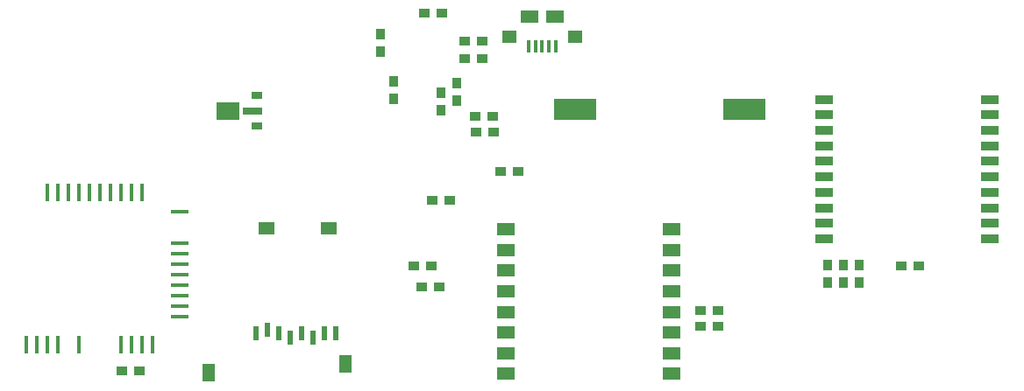
<source format=gbr>
G04 #@! TF.GenerationSoftware,KiCad,Pcbnew,(5.0.0)*
G04 #@! TF.CreationDate,2018-12-11T15:37:44-06:00*
G04 #@! TF.ProjectId,fk-core,666B2D636F72652E6B696361645F7063,0.1*
G04 #@! TF.SameCoordinates,PX791ddc0PY791ddc0*
G04 #@! TF.FileFunction,Paste,Bot*
G04 #@! TF.FilePolarity,Positive*
%FSLAX46Y46*%
G04 Gerber Fmt 4.6, Leading zero omitted, Abs format (unit mm)*
G04 Created by KiCad (PCBNEW (5.0.0)) date 12/11/18 15:37:44*
%MOMM*%
%LPD*%
G01*
G04 APERTURE LIST*
%ADD10R,1.440000X1.260000*%
%ADD11R,0.360000X1.215000*%
%ADD12R,1.710000X1.260000*%
%ADD13R,1.710000X0.360000*%
%ADD14R,0.360000X1.710000*%
%ADD15R,0.628650X1.348740*%
%ADD16R,1.618488X1.259586*%
%ADD17R,1.259586X1.709928*%
%ADD18R,0.990000X0.900000*%
%ADD19R,1.799082X0.900684*%
%ADD20R,4.050000X2.070000*%
%ADD21R,0.900000X0.990000*%
%ADD22R,1.800000X1.170000*%
%ADD23R,1.080000X0.720000*%
%ADD24R,1.980000X0.720000*%
%ADD25R,2.250000X1.800000*%
G04 APERTURE END LIST*
D10*
G04 #@! TO.C,J9*
X7361000Y14509000D03*
D11*
X4161000Y13589000D03*
D12*
X5361000Y16509000D03*
X2961000Y16509000D03*
D11*
X3511000Y13589000D03*
X2861000Y13589000D03*
X4811000Y13589000D03*
X5461000Y13589000D03*
D10*
X961000Y14509000D03*
G04 #@! TD*
D13*
G04 #@! TO.C,U1*
X-30795100Y-5459730D03*
X-30795100Y-6475730D03*
X-30795100Y-7491731D03*
X-30795100Y-8507731D03*
X-30795100Y-9523730D03*
X-30795100Y-10539730D03*
X-30795100Y-11555730D03*
X-30795100Y-12571730D03*
X-30795100Y-2411730D03*
D14*
X-36514550Y-15242130D03*
X-35498550Y-15242130D03*
X-34482550Y-15242130D03*
X-33466550Y-15242130D03*
X-40578550Y-15242130D03*
X-42610553Y-15242130D03*
X-43626550Y-15242130D03*
X-44642550Y-15242130D03*
X-45658550Y-15242130D03*
X-34474330Y-511860D03*
X-35490330Y-511860D03*
X-36506330Y-511860D03*
X-37522330Y-511860D03*
X-38538330Y-511860D03*
X-39554330Y-511860D03*
X-40570330Y-511860D03*
X-41586334Y-511860D03*
X-42602334Y-511860D03*
X-43618330Y-511860D03*
G04 #@! TD*
D15*
G04 #@! TO.C,M7*
X-23477220Y-14193520D03*
X-22377400Y-13794740D03*
X-21277580Y-14193520D03*
X-20177760Y-14594840D03*
X-19077940Y-14193520D03*
X-17975580Y-14594840D03*
X-16875760Y-14193520D03*
X-15775940Y-14193520D03*
D16*
X-16476980Y-3995420D03*
X-22476460Y-3995420D03*
D17*
X-14876780Y-17094200D03*
X-28077160Y-17995900D03*
G04 #@! TD*
D18*
G04 #@! TO.C,L3*
X40575600Y-7620000D03*
X38875600Y-7620000D03*
G04 #@! TD*
D19*
G04 #@! TO.C,U10*
X31419800Y-5021580D03*
X31419800Y-3522980D03*
X31419800Y-2021840D03*
X31419800Y-523240D03*
X31419800Y977900D03*
X31419800Y2476500D03*
X31419800Y3977640D03*
X31419800Y5476240D03*
X31419800Y6977380D03*
X31419800Y8475980D03*
X47421800Y8475980D03*
X47421800Y6977380D03*
X47421800Y5476240D03*
X47421800Y3977640D03*
X47421800Y2476500D03*
X47421800Y977900D03*
X47421800Y-523240D03*
X47421800Y-2021840D03*
X47421800Y-3522980D03*
X47421800Y-5021580D03*
G04 #@! TD*
D20*
G04 #@! TO.C,BT1*
X23723600Y7518400D03*
X7323600Y7518400D03*
G04 #@! TD*
D18*
G04 #@! TO.C,C2*
X19470000Y-13462000D03*
X21170000Y-13462000D03*
G04 #@! TD*
G04 #@! TO.C,C5*
X-4738000Y-1270000D03*
X-6438000Y-1270000D03*
G04 #@! TD*
G04 #@! TO.C,C10*
X-7250000Y16790000D03*
X-5550000Y16790000D03*
G04 #@! TD*
G04 #@! TO.C,C15*
X-7454000Y-9652000D03*
X-5754000Y-9652000D03*
G04 #@! TD*
G04 #@! TO.C,R1*
X-36410000Y-17780000D03*
X-34710000Y-17780000D03*
G04 #@! TD*
D21*
G04 #@! TO.C,R35*
X-10160000Y8548000D03*
X-10160000Y10248000D03*
G04 #@! TD*
G04 #@! TO.C,R36*
X-11430000Y14820000D03*
X-11430000Y13120000D03*
G04 #@! TD*
D22*
G04 #@! TO.C,U3*
X636000Y-18096000D03*
X636000Y-16096000D03*
X636000Y-14096000D03*
X636000Y-12096000D03*
X636000Y-10096000D03*
X636000Y-8096000D03*
X636000Y-6096000D03*
X636000Y-4096000D03*
X16636000Y-4096000D03*
X16636000Y-6096000D03*
X16636000Y-8096000D03*
X16636000Y-10096000D03*
X16636000Y-12096000D03*
X16636000Y-14096000D03*
X16636000Y-16096000D03*
X16636000Y-18096000D03*
G04 #@! TD*
D23*
G04 #@! TO.C,U14*
X-23345200Y8866000D03*
D24*
X-23845200Y7366000D03*
D23*
X-23345200Y5866000D03*
D25*
X-26195200Y7366000D03*
G04 #@! TD*
D21*
G04 #@! TO.C,C31*
X31750000Y-7532000D03*
X31750000Y-9232000D03*
G04 #@! TD*
G04 #@! TO.C,C32*
X34798000Y-9232000D03*
X34798000Y-7532000D03*
G04 #@! TD*
G04 #@! TO.C,C35*
X33274000Y-9232000D03*
X33274000Y-7532000D03*
G04 #@! TD*
D18*
G04 #@! TO.C,R15*
X-6516000Y-7620000D03*
X-8216000Y-7620000D03*
G04 #@! TD*
G04 #@! TO.C,C6*
X-570000Y6870000D03*
X-2270000Y6870000D03*
G04 #@! TD*
G04 #@! TO.C,C8*
X1877724Y1530695D03*
X177724Y1530695D03*
G04 #@! TD*
G04 #@! TO.C,C9*
X-2240000Y5320000D03*
X-540000Y5320000D03*
G04 #@! TD*
G04 #@! TO.C,C13*
X19470000Y-11938000D03*
X21170000Y-11938000D03*
G04 #@! TD*
G04 #@! TO.C,C14*
X-3339276Y12452695D03*
X-1639276Y12452695D03*
G04 #@! TD*
D21*
G04 #@! TO.C,R26*
X-5588000Y9144000D03*
X-5588000Y7444000D03*
G04 #@! TD*
G04 #@! TO.C,R27*
X-4064000Y10033000D03*
X-4064000Y8333000D03*
G04 #@! TD*
D18*
G04 #@! TO.C,R31*
X-1639276Y14103695D03*
X-3339276Y14103695D03*
G04 #@! TD*
M02*

</source>
